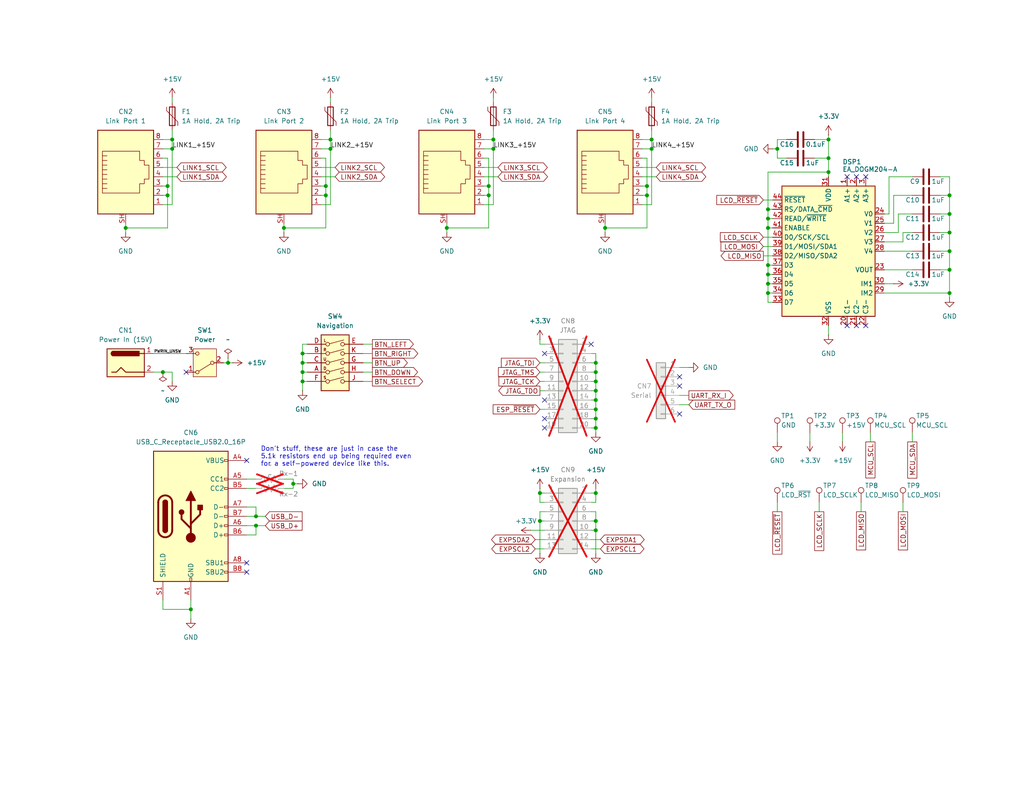
<source format=kicad_sch>
(kicad_sch (version 20250114) (generator "eeschema") (generator_version "9.0")
  (paper "USLetter")
  (lib_symbols
    (symbol "Connector:8P8C_Shielded" (pin_names (offset 1.016))
      (property "Reference" "J" (at -5.08 13.97 0))
      (property "Value" "8P8C_Shielded" (at 2.54 13.97 0))
      (symbol "8P8C_Shielded_1_1"
        (pin passive line (at 0 -12.7 90) (length 2.54) (name "~") (number "SH"))
        (pin passive line (at 10.16 10.16 180) (length 2.54) (name "~") (number "8"))
        (pin passive line (at 10.16 7.62 180) (length 2.54) (name "~") (number "7"))
        (pin passive line (at 10.16 5.08 180) (length 2.54) (name "~") (number "6"))
        (pin passive line (at 10.16 2.54 180) (length 2.54) (name "~") (number "5"))
        (pin passive line (at 10.16 0 180) (length 2.54) (name "~") (number "4"))
        (pin passive line (at 10.16 -2.54 180) (length 2.54) (name "~") (number "3"))
        (pin passive line (at 10.16 -5.08 180) (length 2.54) (name "~") (number "2"))
        (pin passive line (at 10.16 -7.62 180) (length 2.54) (name "~") (number "1"))
      )
    )
    (symbol "Connector:Barrel_Jack" (pin_names (offset 1.016))
      (property "Reference" "J" (at 0 5.334 0))
      (property "Value" "Barrel_Jack" (at 0 -5.08 0))
      (symbol "Barrel_Jack_1_1"
        (pin passive line (at 7.62 2.54 180) (length 2.54) (name "~") (number "1"))
        (pin passive line (at 7.62 -2.54 180) (length 2.54) (name "~") (number "2"))
      )
    )
    (symbol "Connector:TestPoint" (pin_numbers (hide yes)) (pin_names (offset 0.762) (hide yes))
      (property "Reference" "TP" (at 0 6.858 0))
      (property "Value" "TestPoint" (at 0 5.08 0))
      (symbol "TestPoint_1_1"
        (pin passive line (at 0 0 90) (length 2.54) (name "1") (number "1"))
      )
    )
    (symbol "Connector:USB_C_Receptacle_USB2.0_16P" (pin_names (offset 1.016))
      (property "Reference" "J" (at 0 22.225 0))
      (property "Value" "USB_C_Receptacle_USB2.0_16P" (at 0 19.685 0))
      (symbol "USB_C_Receptacle_USB2.0_16P_1_1"
        (pin passive line (at -7.62 -22.86 90) (length 5.08) (name "SHIELD") (number "S1"))
        (pin passive line (at 0 -22.86 90) (length 5.08) (name "GND") (number "A1"))
        (pin passive line (at 0 -22.86 90) (length 5.08) (hide yes) (name "GND") (number "A12"))
        (pin passive line (at 0 -22.86 90) (length 5.08) (hide yes) (name "GND") (number "B1"))
        (pin passive line (at 0 -22.86 90) (length 5.08) (hide yes) (name "GND") (number "B12"))
        (pin passive line (at 15.24 15.24 180) (length 5.08) (name "VBUS") (number "A4"))
        (pin passive line (at 15.24 15.24 180) (length 5.08) (hide yes) (name "VBUS") (number "A9"))
        (pin passive line (at 15.24 15.24 180) (length 5.08) (hide yes) (name "VBUS") (number "B4"))
        (pin passive line (at 15.24 15.24 180) (length 5.08) (hide yes) (name "VBUS") (number "B9"))
        (pin bidirectional line (at 15.24 10.16 180) (length 5.08) (name "CC1") (number "A5"))
        (pin bidirectional line (at 15.24 7.62 180) (length 5.08) (name "CC2") (number "B5"))
        (pin bidirectional line (at 15.24 2.54 180) (length 5.08) (name "D-") (number "A7"))
        (pin bidirectional line (at 15.24 0 180) (length 5.08) (name "D-") (number "B7"))
        (pin bidirectional line (at 15.24 -2.54 180) (length 5.08) (name "D+") (number "A6"))
        (pin bidirectional line (at 15.24 -5.08 180) (length 5.08) (name "D+") (number "B6"))
        (pin bidirectional line (at 15.24 -12.7 180) (length 5.08) (name "SBU1") (number "A8"))
        (pin bidirectional line (at 15.24 -15.24 180) (length 5.08) (name "SBU2") (number "B8"))
      )
    )
    (symbol "Connector_Generic:Conn_01x06" (pin_names (offset 1.016) (hide yes))
      (property "Reference" "J" (at 0 7.62 0))
      (property "Value" "Conn_01x06" (at 0 -10.16 0))
      (symbol "Conn_01x06_1_1"
        (pin passive line (at -5.08 5.08 0) (length 3.81) (name "Pin_1") (number "1"))
        (pin passive line (at -5.08 2.54 0) (length 3.81) (name "Pin_2") (number "2"))
        (pin passive line (at -5.08 0 0) (length 3.81) (name "Pin_3") (number "3"))
        (pin passive line (at -5.08 -2.54 0) (length 3.81) (name "Pin_4") (number "4"))
        (pin passive line (at -5.08 -5.08 0) (length 3.81) (name "Pin_5") (number "5"))
        (pin passive line (at -5.08 -7.62 0) (length 3.81) (name "Pin_6") (number "6"))
      )
    )
    (symbol "Connector_Generic:Conn_02x07_Odd_Even" (pin_names (offset 1.016) (hide yes))
      (property "Reference" "J" (at 1.27 10.16 0))
      (property "Value" "Conn_02x07_Odd_Even" (at 1.27 -10.16 0))
      (symbol "Conn_02x07_Odd_Even_1_1"
        (pin passive line (at -5.08 7.62 0) (length 3.81) (name "Pin_1") (number "1"))
        (pin passive line (at -5.08 5.08 0) (length 3.81) (name "Pin_3") (number "3"))
        (pin passive line (at -5.08 2.54 0) (length 3.81) (name "Pin_5") (number "5"))
        (pin passive line (at -5.08 0 0) (length 3.81) (name "Pin_7") (number "7"))
        (pin passive line (at -5.08 -2.54 0) (length 3.81) (name "Pin_9") (number "9"))
        (pin passive line (at -5.08 -5.08 0) (length 3.81) (name "Pin_11") (number "11"))
        (pin passive line (at -5.08 -7.62 0) (length 3.81) (name "Pin_13") (number "13"))
        (pin passive line (at 7.62 7.62 180) (length 3.81) (name "Pin_2") (number "2"))
        (pin passive line (at 7.62 5.08 180) (length 3.81) (name "Pin_4") (number "4"))
        (pin passive line (at 7.62 2.54 180) (length 3.81) (name "Pin_6") (number "6"))
        (pin passive line (at 7.62 0 180) (length 3.81) (name "Pin_8") (number "8"))
        (pin passive line (at 7.62 -2.54 180) (length 3.81) (name "Pin_10") (number "10"))
        (pin passive line (at 7.62 -5.08 180) (length 3.81) (name "Pin_12") (number "12"))
        (pin passive line (at 7.62 -7.62 180) (length 3.81) (name "Pin_14") (number "14"))
      )
    )
    (symbol "Connector_Generic:Conn_02x10_Odd_Even" (pin_names (offset 1.016) (hide yes))
      (property "Reference" "J" (at 1.27 12.7 0))
      (property "Value" "Conn_02x10_Odd_Even" (at 1.27 -15.24 0))
      (symbol "Conn_02x10_Odd_Even_1_1"
        (pin passive line (at -5.08 10.16 0) (length 3.81) (name "Pin_1") (number "1"))
        (pin passive line (at -5.08 7.62 0) (length 3.81) (name "Pin_3") (number "3"))
        (pin passive line (at -5.08 5.08 0) (length 3.81) (name "Pin_5") (number "5"))
        (pin passive line (at -5.08 2.54 0) (length 3.81) (name "Pin_7") (number "7"))
        (pin passive line (at -5.08 0 0) (length 3.81) (name "Pin_9") (number "9"))
        (pin passive line (at -5.08 -2.54 0) (length 3.81) (name "Pin_11") (number "11"))
        (pin passive line (at -5.08 -5.08 0) (length 3.81) (name "Pin_13") (number "13"))
        (pin passive line (at -5.08 -7.62 0) (length 3.81) (name "Pin_15") (number "15"))
        (pin passive line (at -5.08 -10.16 0) (length 3.81) (name "Pin_17") (number "17"))
        (pin passive line (at -5.08 -12.7 0) (length 3.81) (name "Pin_19") (number "19"))
        (pin passive line (at 7.62 10.16 180) (length 3.81) (name "Pin_2") (number "2"))
        (pin passive line (at 7.62 7.62 180) (length 3.81) (name "Pin_4") (number "4"))
        (pin passive line (at 7.62 5.08 180) (length 3.81) (name "Pin_6") (number "6"))
        (pin passive line (at 7.62 2.54 180) (length 3.81) (name "Pin_8") (number "8"))
        (pin passive line (at 7.62 0 180) (length 3.81) (name "Pin_10") (number "10"))
        (pin passive line (at 7.62 -2.54 180) (length 3.81) (name "Pin_12") (number "12"))
        (pin passive line (at 7.62 -5.08 180) (length 3.81) (name "Pin_14") (number "14"))
        (pin passive line (at 7.62 -7.62 180) (length 3.81) (name "Pin_16") (number "16"))
        (pin passive line (at 7.62 -10.16 180) (length 3.81) (name "Pin_18") (number "18"))
        (pin passive line (at 7.62 -12.7 180) (length 3.81) (name "Pin_20") (number "20"))
      )
    )
    (symbol "Device:C" (pin_numbers (hide yes)) (pin_names (offset 0.254))
      (property "Reference" "C" (at 0.635 2.54 0))
      (property "Value" "C" (at 0.635 -2.54 0))
      (symbol "C_1_1"
        (pin passive line (at 0 3.81 270) (length 2.794) (name "~") (number "1"))
        (pin passive line (at 0 -3.81 90) (length 2.794) (name "~") (number "2"))
      )
    )
    (symbol "Device:Polyfuse" (pin_numbers (hide yes)) (pin_names (offset 0))
      (property "Reference" "F" (at -2.54 0 90))
      (property "Value" "Polyfuse" (at 2.54 0 90))
      (symbol "Polyfuse_1_1"
        (pin passive line (at 0 3.81 270) (length 1.27) (name "~") (number "1"))
        (pin passive line (at 0 -3.81 90) (length 1.27) (name "~") (number "2"))
      )
    )
    (symbol "Device:R_US" (pin_numbers (hide yes)) (pin_names (offset 0))
      (property "Reference" "R" (at 2.54 0 90))
      (property "Value" "R_US" (at -2.54 0 90))
      (symbol "R_US_1_1"
        (pin passive line (at 0 3.81 270) (length 1.27) (name "~") (number "1"))
        (pin passive line (at 0 -3.81 90) (length 1.27) (name "~") (number "2"))
      )
    )
    (symbol "Switch:SW_SPDT" (pin_names (offset 0) (hide yes))
      (property "Reference" "SW" (at 0 5.08 0))
      (property "Value" "SW_SPDT" (at 0 -5.08 0))
      (symbol "SW_SPDT_1_1"
        (pin passive line (at -5.08 0 0) (length 2.54) (name "B") (number "2"))
        (pin passive line (at 5.08 2.54 180) (length 2.54) (name "A") (number "1"))
        (pin passive line (at 5.08 -2.54 180) (length 2.54) (name "C") (number "3"))
      )
    )
    (symbol "power:+15V" (power) (pin_numbers (hide yes)) (pin_names (offset 0) (hide yes))
      (property "Value" "+15V" (at 0 3.556 0))
      (symbol "+15V_1_1"
        (pin power_in line (at 0 0 90) (length 0) (name "~") (number "1"))
      )
    )
    (symbol "power:+3.3V" (power) (pin_numbers (hide yes)) (pin_names (offset 0) (hide yes))
      (property "Value" "+3.3V" (at 0 3.556 0))
      (symbol "+3.3V_1_1"
        (pin power_in line (at 0 0 90) (length 0) (name "~") (number "1"))
      )
    )
    (symbol "power:GND" (power) (pin_numbers (hide yes)) (pin_names (offset 0) (hide yes))
      (property "Value" "GND" (at 0 -3.81 0))
      (symbol "GND_1_1"
        (pin power_in line (at 0 0 270) (length 0) (name "~") (number "1"))
      )
    )
    (symbol "power:PWR_FLAG" (power) (pin_numbers (hide yes)) (pin_names (offset 0) (hide yes))
      (property "Value" "PWR_FLAG" (at 0 3.81 0))
      (symbol "PWR_FLAG_0_0"
        (pin power_out line (at 0 0 90) (length 0) (name "~") (number "1"))
      )
    )
    (symbol "sen_Display_Graphic:EA_DOGM204-A"
      (property "Reference" "U" (at -11.43 19.05 0))
      (property "Value" "EA_DOGM204-A" (at 19.05 19.05 0))
      (symbol "EA_DOGM204-A_1_1"
        (pin input line (at -15.24 13.97 0) (length 2.54) (name "~{RESET}") (number "44"))
        (pin input line (at -15.24 11.43 0) (length 2.54) (name "RS/DATA_~{CMD}") (number "43"))
        (pin input line (at -15.24 8.89 0) (length 2.54) (name "READ/~{WRITE}") (number "42"))
        (pin input line (at -15.24 6.35 0) (length 2.54) (name "ENABLE") (number "41"))
        (pin input line (at -15.24 3.81 0) (length 2.54) (name "D0/SCK/SCL") (number "40"))
        (pin input line (at -15.24 1.27 0) (length 2.54) (name "D1/MOSI/SDA1") (number "39"))
        (pin input line (at -15.24 -1.27 0) (length 2.54) (name "D2/MISO/SDA2") (number "38"))
        (pin input line (at -15.24 -3.81 0) (length 2.54) (name "D3") (number "37"))
        (pin input line (at -15.24 -6.35 0) (length 2.54) (name "D4") (number "36"))
        (pin input line (at -15.24 -8.89 0) (length 2.54) (name "D5") (number "35"))
        (pin input line (at -15.24 -11.43 0) (length 2.54) (name "D6") (number "34"))
        (pin input line (at -15.24 -13.97 0) (length 2.54) (name "D7") (number "33"))
        (pin power_in line (at 0 20.32 270) (length 2.54) (name "VDD") (number "31"))
        (pin power_in line (at 0 -20.32 90) (length 2.54) (name "VSS") (number "32"))
        (pin power_in line (at 5.08 20.32 270) (length 2.54) (name "A1+") (number "1"))
        (pin power_in line (at 5.08 -20.32 90) (length 2.54) (name "C1-") (number "20"))
        (pin power_in line (at 7.62 20.32 270) (length 2.54) (name "A2+") (number "2"))
        (pin power_in line (at 7.62 -20.32 90) (length 2.54) (name "C2-") (number "21"))
        (pin power_in line (at 10.16 20.32 270) (length 2.54) (name "A3+") (number "3"))
        (pin power_in line (at 10.16 -20.32 90) (length 2.54) (name "C3-") (number "22"))
        (pin passive line (at 15.24 10.16 180) (length 2.54) (name "V0") (number "24"))
        (pin passive line (at 15.24 7.62 180) (length 2.54) (name "V1") (number "25"))
        (pin passive line (at 15.24 5.08 180) (length 2.54) (name "V2") (number "26"))
        (pin passive line (at 15.24 2.54 180) (length 2.54) (name "V3") (number "27"))
        (pin passive line (at 15.24 0 180) (length 2.54) (name "V4") (number "28"))
        (pin output line (at 15.24 -5.08 180) (length 2.54) (name "VOUT") (number "23"))
        (pin input line (at 15.24 -8.89 180) (length 2.54) (name "IM1") (number "30"))
        (pin input line (at 15.24 -11.43 180) (length 2.54) (name "IM2") (number "29"))
      )
    )
    (symbol "sen_Switch:E_Switch-JS1300" (pin_names (offset 0) (hide yes))
      (property "Reference" "SW" (at 0 8.89 0))
      (property "Value" "E_Switch-JS1300" (at 0 -8.89 0))
      (symbol "E_Switch-JS1300_1_1"
        (text "L" (at -2.794 6.096 0) (effects (font (size 0.762 0.762))))
        (text "R" (at -2.794 3.556 0) (effects (font (size 0.762 0.762))))
        (text "U" (at -2.794 1.016 0) (effects (font (size 0.762 0.762))))
        (text "D" (at -2.794 -1.524 0) (effects (font (size 0.762 0.762))))
        (text "S" (at -2.794 -4.064 0) (effects (font (size 0.762 0.762))))
        (pin passive line (at -7.62 5.08 0) (length 5.08) (name "~") (number "D"))
        (pin passive line (at -7.62 2.54 0) (length 5.08) (name "~") (number "B"))
        (pin passive line (at -7.62 0 0) (length 5.08) (name "~") (number "C"))
        (pin passive line (at -7.62 -2.54 0) (length 5.08) (name "~") (number "A"))
        (pin passive line (at -7.62 -5.08 0) (length 5.08) (name "~") (number "F"))
        (pin passive line (at 7.62 5.08 180) (length 5.08) (name "~") (number "E"))
        (pin passive line (at 7.62 2.54 180) (length 5.08) (name "~") (number "K"))
        (pin passive line (at 7.62 0 180) (length 5.08) (name "~") (number "G"))
        (pin passive line (at 7.62 -2.54 180) (length 5.08) (name "~") (number "H"))
        (pin passive line (at 7.62 -5.08 180) (length 5.08) (name "~") (number "J"))
      )
    )
  )
  (text "Don't stuff, these are just in case the\n5.1k resistors end up being required even\nfor a self-powered device like this." (at 71.12 124.714 0) (effects (font (size 1.27 1.27)) (justify left)))
  (junction (at 45.72 53.34))
  (junction (at 259.08 53.34))
  (junction (at 133.35 50.8))
  (junction (at 162.56 134.62))
  (junction (at 52.07 166.37))
  (junction (at 162.56 111.76))
  (junction (at 162.56 106.68))
  (junction (at 162.56 116.84))
  (junction (at 177.8 38.1))
  (junction (at 90.17 40.64))
  (junction (at 88.9 53.34))
  (junction (at 162.56 109.22))
  (junction (at 209.55 62.23))
  (junction (at 46.99 38.1))
  (junction (at 88.9 50.8))
  (junction (at 162.56 144.78))
  (junction (at 209.55 74.93))
  (junction (at 162.56 104.14))
  (junction (at 133.35 53.34))
  (junction (at 226.06 38.1))
  (junction (at 209.55 57.15))
  (junction (at 259.08 63.5))
  (junction (at 69.85 143.51))
  (junction (at 62.23 99.06))
  (junction (at 177.8 40.64))
  (junction (at 77.47 62.23))
  (junction (at 69.85 140.97))
  (junction (at 45.72 50.8))
  (junction (at 259.08 73.66))
  (junction (at 259.08 68.58))
  (junction (at 134.62 40.64))
  (junction (at 34.29 62.23))
  (junction (at 162.56 142.24))
  (junction (at 259.08 58.42))
  (junction (at 259.08 80.01))
  (junction (at 46.99 40.64))
  (junction (at 176.53 53.34))
  (junction (at 209.55 72.39))
  (junction (at 209.55 77.47))
  (junction (at 212.09 40.64))
  (junction (at 82.55 99.06))
  (junction (at 134.62 38.1))
  (junction (at 162.56 101.6))
  (junction (at 176.53 50.8))
  (junction (at 121.92 62.23))
  (junction (at 162.56 114.3))
  (junction (at 226.06 46.99))
  (junction (at 82.55 104.14))
  (junction (at 226.06 43.18))
  (junction (at 44.45 101.6))
  (junction (at 147.32 134.62))
  (junction (at 209.55 80.01))
  (junction (at 147.32 142.24))
  (junction (at 209.55 59.69))
  (junction (at 82.55 101.6))
  (junction (at 80.01 132.08))
  (junction (at 82.55 96.52))
  (junction (at 162.56 99.06))
  (junction (at 165.1 62.23))
  (junction (at 90.17 38.1))
  (no_connect (at 233.68 48.26))
  (no_connect (at 236.22 88.9))
  (no_connect (at 67.31 153.67))
  (no_connect (at 185.42 113.03))
  (no_connect (at 148.59 114.3))
  (no_connect (at 185.42 102.87))
  (no_connect (at 50.8 101.6))
  (no_connect (at 233.68 88.9))
  (no_connect (at 231.14 88.9))
  (no_connect (at 161.29 93.98))
  (no_connect (at 236.22 48.26))
  (no_connect (at 148.59 116.84))
  (no_connect (at 67.31 156.21))
  (no_connect (at 148.59 96.52))
  (no_connect (at 67.31 125.73))
  (no_connect (at 185.42 105.41))
  (no_connect (at 231.14 48.26))
  (no_connect (at 148.59 109.22))
  (wire (pts (xy 246.38 63.5) (xy 246.38 66.04)))
  (wire (pts (xy 234.95 137.16) (xy 234.95 139.7)))
  (wire (pts (xy 162.56 142.24) (xy 162.56 144.78)))
  (wire (pts (xy 69.85 140.97) (xy 72.39 140.97)))
  (wire (pts (xy 222.25 38.1) (xy 226.06 38.1)))
  (wire (pts (xy 87.63 43.18) (xy 88.9 43.18)))
  (wire (pts (xy 44.45 43.18) (xy 45.72 43.18)))
  (wire (pts (xy 209.55 62.23) (xy 209.55 72.39)))
  (wire (pts (xy 87.63 55.88) (xy 90.17 55.88)))
  (wire (pts (xy 161.29 109.22) (xy 162.56 109.22)))
  (wire (pts (xy 241.3 77.47) (xy 243.84 77.47)))
  (wire (pts (xy 209.55 59.69) (xy 209.55 62.23)))
  (wire (pts (xy 177.8 55.88) (xy 177.8 40.64)))
  (wire (pts (xy 82.55 104.14) (xy 83.82 104.14)))
  (wire (pts (xy 162.56 116.84) (xy 162.56 118.11)))
  (wire (pts (xy 162.56 134.62) (xy 162.56 137.16)))
  (wire (pts (xy 133.35 62.23) (xy 133.35 53.34)))
  (wire (pts (xy 259.08 58.42) (xy 259.08 63.5)))
  (wire (pts (xy 241.3 68.58) (xy 248.92 68.58)))
  (wire (pts (xy 82.55 96.52) (xy 82.55 99.06)))
  (wire (pts (xy 241.3 73.66) (xy 248.92 73.66)))
  (wire (pts (xy 45.72 62.23) (xy 45.72 53.34)))
  (wire (pts (xy 134.62 26.67) (xy 134.62 27.94)))
  (wire (pts (xy 162.56 101.6) (xy 162.56 104.14)))
  (wire (pts (xy 99.06 96.52) (xy 101.6 96.52)))
  (wire (pts (xy 162.56 114.3) (xy 162.56 116.84)))
  (wire (pts (xy 209.55 72.39) (xy 209.55 74.93)))
  (wire (pts (xy 148.59 134.62) (xy 147.32 134.62)))
  (wire (pts (xy 132.08 55.88) (xy 134.62 55.88)))
  (wire (pts (xy 87.63 38.1) (xy 90.17 38.1)))
  (wire (pts (xy 133.35 53.34) (xy 132.08 53.34)))
  (wire (pts (xy 34.29 60.96) (xy 34.29 62.23)))
  (wire (pts (xy 44.45 48.26) (xy 48.26 48.26)))
  (wire (pts (xy 45.72 50.8) (xy 45.72 53.34)))
  (wire (pts (xy 175.26 55.88) (xy 177.8 55.88)))
  (wire (pts (xy 161.29 134.62) (xy 162.56 134.62)))
  (wire (pts (xy 41.91 96.52) (xy 50.8 96.52)))
  (wire (pts (xy 256.54 73.66) (xy 259.08 73.66)))
  (wire (pts (xy 185.42 100.33) (xy 187.96 100.33)))
  (wire (pts (xy 176.53 53.34) (xy 175.26 53.34)))
  (wire (pts (xy 60.96 99.06) (xy 62.23 99.06)))
  (wire (pts (xy 175.26 43.18) (xy 176.53 43.18)))
  (wire (pts (xy 243.84 53.34) (xy 248.92 53.34)))
  (wire (pts (xy 212.09 137.16) (xy 212.09 139.7)))
  (wire (pts (xy 90.17 40.64) (xy 90.17 38.1)))
  (wire (pts (xy 212.09 43.18) (xy 214.63 43.18)))
  (wire (pts (xy 146.05 147.32) (xy 148.59 147.32)))
  (wire (pts (xy 162.56 133.35) (xy 162.56 134.62)))
  (wire (pts (xy 87.63 45.72) (xy 91.44 45.72)))
  (wire (pts (xy 99.06 104.14) (xy 101.6 104.14)))
  (wire (pts (xy 256.54 63.5) (xy 259.08 63.5)))
  (wire (pts (xy 212.09 40.64) (xy 212.09 43.18)))
  (wire (pts (xy 52.07 166.37) (xy 52.07 163.83)))
  (wire (pts (xy 161.29 96.52) (xy 162.56 96.52)))
  (wire (pts (xy 88.9 50.8) (xy 88.9 53.34)))
  (wire (pts (xy 82.55 101.6) (xy 83.82 101.6)))
  (wire (pts (xy 161.29 114.3) (xy 162.56 114.3)))
  (wire (pts (xy 147.32 104.14) (xy 148.59 104.14)))
  (wire (pts (xy 256.54 48.26) (xy 259.08 48.26)))
  (wire (pts (xy 147.32 133.35) (xy 147.32 134.62)))
  (wire (pts (xy 161.29 147.32) (xy 163.83 147.32)))
  (wire (pts (xy 46.99 26.67) (xy 46.99 27.94)))
  (wire (pts (xy 80.01 132.08) (xy 81.28 132.08)))
  (wire (pts (xy 175.26 50.8) (xy 176.53 50.8)))
  (wire (pts (xy 161.29 144.78) (xy 162.56 144.78)))
  (wire (pts (xy 161.29 116.84) (xy 162.56 116.84)))
  (wire (pts (xy 77.47 62.23) (xy 88.9 62.23)))
  (wire (pts (xy 248.92 118.11) (xy 248.92 120.65)))
  (wire (pts (xy 99.06 93.98) (xy 101.6 93.98)))
  (wire (pts (xy 242.57 48.26) (xy 242.57 58.42)))
  (wire (pts (xy 248.92 63.5) (xy 246.38 63.5)))
  (wire (pts (xy 226.06 43.18) (xy 226.06 46.99)))
  (wire (pts (xy 82.55 104.14) (xy 82.55 106.68)))
  (wire (pts (xy 162.56 99.06) (xy 162.56 101.6)))
  (wire (pts (xy 82.55 101.6) (xy 82.55 104.14)))
  (wire (pts (xy 44.45 38.1) (xy 46.99 38.1)))
  (wire (pts (xy 44.45 163.83) (xy 44.45 166.37)))
  (wire (pts (xy 220.98 118.11) (xy 220.98 120.65)))
  (wire (pts (xy 87.63 50.8) (xy 88.9 50.8)))
  (wire (pts (xy 161.29 111.76) (xy 162.56 111.76)))
  (wire (pts (xy 162.56 111.76) (xy 162.56 114.3)))
  (wire (pts (xy 259.08 80.01) (xy 259.08 81.28)))
  (wire (pts (xy 77.47 60.96) (xy 77.47 62.23)))
  (wire (pts (xy 241.3 66.04) (xy 246.38 66.04)))
  (wire (pts (xy 77.47 130.81) (xy 80.01 130.81)))
  (wire (pts (xy 132.08 38.1) (xy 134.62 38.1)))
  (wire (pts (xy 44.45 166.37) (xy 52.07 166.37)))
  (wire (pts (xy 242.57 58.42) (xy 241.3 58.42)))
  (wire (pts (xy 147.32 142.24) (xy 147.32 139.7)))
  (wire (pts (xy 165.1 60.96) (xy 165.1 62.23)))
  (wire (pts (xy 132.08 43.18) (xy 133.35 43.18)))
  (wire (pts (xy 209.55 74.93) (xy 210.82 74.93)))
  (wire (pts (xy 147.32 111.76) (xy 148.59 111.76)))
  (wire (pts (xy 69.85 143.51) (xy 67.31 143.51)))
  (wire (pts (xy 212.09 38.1) (xy 212.09 40.64)))
  (wire (pts (xy 161.29 101.6) (xy 162.56 101.6)))
  (wire (pts (xy 44.45 40.64) (xy 46.99 40.64)))
  (wire (pts (xy 87.63 48.26) (xy 91.44 48.26)))
  (wire (pts (xy 161.29 137.16) (xy 162.56 137.16)))
  (wire (pts (xy 67.31 138.43) (xy 69.85 138.43)))
  (wire (pts (xy 121.92 60.96) (xy 121.92 62.23)))
  (wire (pts (xy 147.32 101.6) (xy 148.59 101.6)))
  (wire (pts (xy 67.31 133.35) (xy 69.85 133.35)))
  (wire (pts (xy 245.11 58.42) (xy 248.92 58.42)))
  (wire (pts (xy 175.26 38.1) (xy 177.8 38.1)))
  (wire (pts (xy 46.99 35.56) (xy 46.99 38.1)))
  (wire (pts (xy 62.23 99.06) (xy 63.5 99.06)))
  (wire (pts (xy 185.42 107.95) (xy 187.96 107.95)))
  (wire (pts (xy 175.26 45.72) (xy 179.07 45.72)))
  (wire (pts (xy 147.32 106.68) (xy 148.59 106.68)))
  (wire (pts (xy 69.85 140.97) (xy 67.31 140.97)))
  (wire (pts (xy 147.32 92.71) (xy 147.32 93.98)))
  (wire (pts (xy 243.84 60.96) (xy 243.84 53.34)))
  (wire (pts (xy 210.82 82.55) (xy 209.55 82.55)))
  (wire (pts (xy 226.06 46.99) (xy 209.55 46.99)))
  (wire (pts (xy 165.1 62.23) (xy 165.1 63.5)))
  (wire (pts (xy 99.06 99.06) (xy 101.6 99.06)))
  (wire (pts (xy 256.54 68.58) (xy 259.08 68.58)))
  (wire (pts (xy 134.62 40.64) (xy 134.62 38.1)))
  (wire (pts (xy 82.55 99.06) (xy 82.55 101.6)))
  (wire (pts (xy 67.31 130.81) (xy 69.85 130.81)))
  (wire (pts (xy 121.92 62.23) (xy 121.92 63.5)))
  (wire (pts (xy 147.32 142.24) (xy 147.32 151.13)))
  (wire (pts (xy 161.29 104.14) (xy 162.56 104.14)))
  (wire (pts (xy 44.45 45.72) (xy 48.26 45.72)))
  (wire (pts (xy 259.08 48.26) (xy 259.08 53.34)))
  (wire (pts (xy 165.1 62.23) (xy 176.53 62.23)))
  (wire (pts (xy 147.32 93.98) (xy 148.59 93.98)))
  (wire (pts (xy 82.55 99.06) (xy 83.82 99.06)))
  (wire (pts (xy 256.54 53.34) (xy 259.08 53.34)))
  (wire (pts (xy 82.55 96.52) (xy 83.82 96.52)))
  (wire (pts (xy 83.82 93.98) (xy 82.55 93.98)))
  (wire (pts (xy 209.55 80.01) (xy 209.55 82.55)))
  (wire (pts (xy 80.01 133.35) (xy 80.01 132.08)))
  (wire (pts (xy 80.01 130.81) (xy 80.01 132.08)))
  (wire (pts (xy 209.55 74.93) (xy 209.55 77.47)))
  (wire (pts (xy 90.17 35.56) (xy 90.17 38.1)))
  (wire (pts (xy 69.85 138.43) (xy 69.85 140.97)))
  (wire (pts (xy 229.87 118.11) (xy 229.87 120.65)))
  (wire (pts (xy 177.8 26.67) (xy 177.8 27.94)))
  (wire (pts (xy 208.28 69.85) (xy 210.82 69.85)))
  (wire (pts (xy 241.3 63.5) (xy 245.11 63.5)))
  (wire (pts (xy 226.06 88.9) (xy 226.06 91.44)))
  (wire (pts (xy 237.49 118.11) (xy 237.49 120.65)))
  (wire (pts (xy 212.09 118.11) (xy 212.09 120.65)))
  (wire (pts (xy 259.08 73.66) (xy 259.08 80.01)))
  (wire (pts (xy 162.56 106.68) (xy 162.56 109.22)))
  (wire (pts (xy 147.32 139.7) (xy 148.59 139.7)))
  (wire (pts (xy 248.92 48.26) (xy 242.57 48.26)))
  (wire (pts (xy 62.23 97.79) (xy 62.23 99.06)))
  (wire (pts (xy 90.17 26.67) (xy 90.17 27.94)))
  (wire (pts (xy 144.78 144.78) (xy 148.59 144.78)))
  (wire (pts (xy 208.28 64.77) (xy 210.82 64.77)))
  (wire (pts (xy 241.3 60.96) (xy 243.84 60.96)))
  (wire (pts (xy 44.45 55.88) (xy 46.99 55.88)))
  (wire (pts (xy 226.06 38.1) (xy 226.06 43.18)))
  (wire (pts (xy 161.29 142.24) (xy 162.56 142.24)))
  (wire (pts (xy 134.62 40.64) (xy 134.62 55.88)))
  (wire (pts (xy 226.06 46.99) (xy 226.06 48.26)))
  (wire (pts (xy 132.08 45.72) (xy 135.89 45.72)))
  (wire (pts (xy 208.28 67.31) (xy 210.82 67.31)))
  (wire (pts (xy 223.52 137.16) (xy 223.52 139.7)))
  (wire (pts (xy 46.99 40.64) (xy 46.99 38.1)))
  (wire (pts (xy 148.59 137.16) (xy 147.32 137.16)))
  (wire (pts (xy 176.53 62.23) (xy 176.53 53.34)))
  (wire (pts (xy 45.72 53.34) (xy 44.45 53.34)))
  (wire (pts (xy 161.29 99.06) (xy 162.56 99.06)))
  (wire (pts (xy 146.05 149.86) (xy 148.59 149.86)))
  (wire (pts (xy 209.55 77.47) (xy 209.55 80.01)))
  (wire (pts (xy 44.45 50.8) (xy 45.72 50.8)))
  (wire (pts (xy 209.55 46.99) (xy 209.55 57.15)))
  (wire (pts (xy 132.08 48.26) (xy 135.89 48.26)))
  (wire (pts (xy 88.9 62.23) (xy 88.9 53.34)))
  (wire (pts (xy 132.08 40.64) (xy 134.62 40.64)))
  (wire (pts (xy 177.8 35.56) (xy 177.8 38.1)))
  (wire (pts (xy 88.9 53.34) (xy 87.63 53.34)))
  (wire (pts (xy 175.26 40.64) (xy 177.8 40.64)))
  (wire (pts (xy 209.55 57.15) (xy 210.82 57.15)))
  (wire (pts (xy 208.28 54.61) (xy 210.82 54.61)))
  (wire (pts (xy 132.08 50.8) (xy 133.35 50.8)))
  (wire (pts (xy 222.25 43.18) (xy 226.06 43.18)))
  (wire (pts (xy 34.29 62.23) (xy 45.72 62.23)))
  (wire (pts (xy 209.55 80.01) (xy 210.82 80.01)))
  (wire (pts (xy 67.31 146.05) (xy 69.85 146.05)))
  (wire (pts (xy 210.82 40.64) (xy 212.09 40.64)))
  (wire (pts (xy 44.45 101.6) (xy 46.99 101.6)))
  (wire (pts (xy 241.3 80.01) (xy 259.08 80.01)))
  (wire (pts (xy 177.8 40.64) (xy 177.8 38.1)))
  (wire (pts (xy 226.06 36.83) (xy 226.06 38.1)))
  (wire (pts (xy 245.11 63.5) (xy 245.11 58.42)))
  (wire (pts (xy 176.53 43.18) (xy 176.53 50.8)))
  (wire (pts (xy 82.55 93.98) (xy 82.55 96.52)))
  (wire (pts (xy 246.38 137.16) (xy 246.38 139.7)))
  (wire (pts (xy 161.29 139.7) (xy 162.56 139.7)))
  (wire (pts (xy 209.55 59.69) (xy 210.82 59.69)))
  (wire (pts (xy 34.29 62.23) (xy 34.29 63.5)))
  (wire (pts (xy 77.47 133.35) (xy 80.01 133.35)))
  (wire (pts (xy 175.26 48.26) (xy 179.07 48.26)))
  (wire (pts (xy 214.63 38.1) (xy 212.09 38.1)))
  (wire (pts (xy 161.29 106.68) (xy 162.56 106.68)))
  (wire (pts (xy 90.17 55.88) (xy 90.17 40.64)))
  (wire (pts (xy 259.08 63.5) (xy 259.08 68.58)))
  (wire (pts (xy 162.56 139.7) (xy 162.56 142.24)))
  (wire (pts (xy 69.85 146.05) (xy 69.85 143.51)))
  (wire (pts (xy 88.9 43.18) (xy 88.9 50.8)))
  (wire (pts (xy 161.29 149.86) (xy 163.83 149.86)))
  (wire (pts (xy 46.99 55.88) (xy 46.99 40.64)))
  (wire (pts (xy 77.47 62.23) (xy 77.47 63.5)))
  (wire (pts (xy 259.08 53.34) (xy 259.08 58.42)))
  (wire (pts (xy 209.55 72.39) (xy 210.82 72.39)))
  (wire (pts (xy 209.55 77.47) (xy 210.82 77.47)))
  (wire (pts (xy 134.62 35.56) (xy 134.62 38.1)))
  (wire (pts (xy 259.08 68.58) (xy 259.08 73.66)))
  (wire (pts (xy 185.42 110.49) (xy 187.96 110.49)))
  (wire (pts (xy 52.07 166.37) (xy 52.07 168.91)))
  (wire (pts (xy 162.56 109.22) (xy 162.56 111.76)))
  (wire (pts (xy 147.32 134.62) (xy 147.32 137.16)))
  (wire (pts (xy 121.92 62.23) (xy 133.35 62.23)))
  (wire (pts (xy 256.54 58.42) (xy 259.08 58.42)))
  (wire (pts (xy 41.91 101.6) (xy 44.45 101.6)))
  (wire (pts (xy 133.35 43.18) (xy 133.35 50.8)))
  (wire (pts (xy 133.35 50.8) (xy 133.35 53.34)))
  (wire (pts (xy 45.72 43.18) (xy 45.72 50.8)))
  (wire (pts (xy 147.32 142.24) (xy 148.59 142.24)))
  (wire (pts (xy 162.56 104.14) (xy 162.56 106.68)))
  (wire (pts (xy 162.56 96.52) (xy 162.56 99.06)))
  (wire (pts (xy 87.63 40.64) (xy 90.17 40.64)))
  (wire (pts (xy 69.85 143.51) (xy 72.39 143.51)))
  (wire (pts (xy 209.55 62.23) (xy 210.82 62.23)))
  (wire (pts (xy 99.06 101.6) (xy 101.6 101.6)))
  (wire (pts (xy 46.99 101.6) (xy 46.99 104.14)))
  (wire (pts (xy 147.32 99.06) (xy 148.59 99.06)))
  (wire (pts (xy 162.56 144.78) (xy 162.56 151.13)))
  (wire (pts (xy 176.53 50.8) (xy 176.53 53.34)))
  (wire (pts (xy 209.55 57.15) (xy 209.55 59.69)))
  (label "LINK3_+15V" (at 134.62 40.64 0))
  (label "LINK4_+15V" (at 177.8 40.64 0))
  (label "PWRIN_UNSW" (at 49.53 96.52 180) (effects (font (size 0.762 0.762))))
  (label "LINK2_+15V" (at 90.17 40.64 0))
  (label "LINK1_+15V" (at 46.99 40.64 0))
  (global_label "LCD_SCLK" (shape input) (at 208.28 64.77 180) (property "Intersheetrefs" "${INTERSHEET_REFS}" (effects (hide yes))))
  (global_label "EXPSDA2" (shape bidirectional) (at 146.05 147.32 180) (property "Intersheetrefs" "${INTERSHEET_REFS}" (effects (hide yes))))
  (global_label "LINK4_SCL" (shape bidirectional) (at 179.07 45.72 0) (property "Intersheetrefs" "${INTERSHEET_REFS}" (effects (hide yes))))
  (global_label "ESP_~{RESET}" (shape input) (at 147.32 111.76 180) (property "Intersheetrefs" "${INTERSHEET_REFS}" (effects (hide yes))))
  (global_label "BTN_RIGHT" (shape output) (at 101.6 96.52 0) (property "Intersheetrefs" "${INTERSHEET_REFS}" (effects (hide yes))))
  (global_label "LINK3_SDA" (shape bidirectional) (at 135.89 48.26 0) (property "Intersheetrefs" "${INTERSHEET_REFS}" (effects (hide yes))))
  (global_label "UART_RX_I" (shape output) (at 187.96 107.95 0) (property "Intersheetrefs" "${INTERSHEET_REFS}" (effects (hide yes))))
  (global_label "LINK3_SCL" (shape bidirectional) (at 135.89 45.72 0) (property "Intersheetrefs" "${INTERSHEET_REFS}" (effects (hide yes))))
  (global_label "LCD_~{RESET}" (shape passive) (at 212.09 139.7 270) (property "Intersheetrefs" "${INTERSHEET_REFS}" (effects (hide yes))))
  (global_label "MCU_SDA" (shape passive) (at 248.92 120.65 270) (property "Intersheetrefs" "${INTERSHEET_REFS}" (effects (hide yes))))
  (global_label "LCD_~{RESET}" (shape input) (at 208.28 54.61 180) (property "Intersheetrefs" "${INTERSHEET_REFS}" (effects (hide yes))))
  (global_label "BTN_SELECT" (shape output) (at 101.6 104.14 0) (property "Intersheetrefs" "${INTERSHEET_REFS}" (effects (hide yes))))
  (global_label "JTAG_TMS" (shape input) (at 147.32 101.6 180) (property "Intersheetrefs" "${INTERSHEET_REFS}" (effects (hide yes))))
  (global_label "BTN_LEFT" (shape output) (at 101.6 93.98 0) (property "Intersheetrefs" "${INTERSHEET_REFS}" (effects (hide yes))))
  (global_label "JTAG_TDI" (shape input) (at 147.32 99.06 180) (property "Intersheetrefs" "${INTERSHEET_REFS}" (effects (hide yes))))
  (global_label "BTN_UP" (shape output) (at 101.6 99.06 0) (property "Intersheetrefs" "${INTERSHEET_REFS}" (effects (hide yes))))
  (global_label "JTAG_TDO" (shape output) (at 147.32 106.68 180) (property "Intersheetrefs" "${INTERSHEET_REFS}" (effects (hide yes))))
  (global_label "EXPSDA1" (shape bidirectional) (at 163.83 147.32 0) (property "Intersheetrefs" "${INTERSHEET_REFS}" (effects (hide yes))))
  (global_label "LCD_MOSI" (shape passive) (at 246.38 139.7 270) (property "Intersheetrefs" "${INTERSHEET_REFS}" (effects (hide yes))))
  (global_label "BTN_DOWN" (shape output) (at 101.6 101.6 0) (property "Intersheetrefs" "${INTERSHEET_REFS}" (effects (hide yes))))
  (global_label "LINK1_SDA" (shape bidirectional) (at 48.26 48.26 0) (property "Intersheetrefs" "${INTERSHEET_REFS}" (effects (hide yes))))
  (global_label "USB_D-" (shape input) (at 72.39 140.97 0) (property "Intersheetrefs" "${INTERSHEET_REFS}" (effects (hide yes))))
  (global_label "EXPSCL1" (shape bidirectional) (at 163.83 149.86 0) (property "Intersheetrefs" "${INTERSHEET_REFS}" (effects (hide yes))))
  (global_label "LINK1_SCL" (shape bidirectional) (at 48.26 45.72 0) (property "Intersheetrefs" "${INTERSHEET_REFS}" (effects (hide yes))))
  (global_label "USB_D+" (shape input) (at 72.39 143.51 0) (property "Intersheetrefs" "${INTERSHEET_REFS}" (effects (hide yes))))
  (global_label "LINK4_SDA" (shape bidirectional) (at 179.07 48.26 0) (property "Intersheetrefs" "${INTERSHEET_REFS}" (effects (hide yes))))
  (global_label "LINK2_SDA" (shape bidirectional) (at 91.44 48.26 0) (property "Intersheetrefs" "${INTERSHEET_REFS}" (effects (hide yes))))
  (global_label "LCD_MISO" (shape output) (at 208.28 69.85 180) (property "Intersheetrefs" "${INTERSHEET_REFS}" (effects (hide yes))))
  (global_label "LINK2_SCL" (shape bidirectional) (at 91.44 45.72 0) (property "Intersheetrefs" "${INTERSHEET_REFS}" (effects (hide yes))))
  (global_label "JTAG_TCK" (shape input) (at 147.32 104.14 180) (property "Intersheetrefs" "${INTERSHEET_REFS}" (effects (hide yes))))
  (global_label "UART_TX_O" (shape input) (at 187.96 110.49 0) (property "Intersheetrefs" "${INTERSHEET_REFS}" (effects (hide yes))))
  (global_label "MCU_SCL" (shape passive) (at 237.49 120.65 270) (property "Intersheetrefs" "${INTERSHEET_REFS}" (effects (hide yes))))
  (global_label "LCD_MISO" (shape passive) (at 234.95 139.7 270) (property "Intersheetrefs" "${INTERSHEET_REFS}" (effects (hide yes))))
  (global_label "LCD_MOSI" (shape input) (at 208.28 67.31 180) (property "Intersheetrefs" "${INTERSHEET_REFS}" (effects (hide yes))))
  (global_label "LCD_SCLK" (shape passive) (at 223.52 139.7 270) (property "Intersheetrefs" "${INTERSHEET_REFS}" (effects (hide yes))))
  (global_label "EXPSCL2" (shape bidirectional) (at 146.05 149.86 180) (property "Intersheetrefs" "${INTERSHEET_REFS}" (effects (hide yes))))
  (symbol (lib_id "Connector_Generic:Conn_02x07_Odd_Even") (at 153.67 142.24 0) (unit 1) (dnp yes)
    (property "Reference" "CN9" (at 154.94 128.27 0))
    (property "Value" "Expansion" (at 154.94 130.81 0))
    (property "Footprint" "Connector_PinHeader_2.54mm:PinHeader_2x07_P2.54mm_Vertical" (effects (hide yes)))
    (property "Description" "Generic connector, double row, 02x07, odd/even pin numbering scheme (row 1 odd numbers, row 2 even numbers), script generated (kicad-library-utils/schlib/autogen/connector/)" (effects (hide yes)))
  )
  (symbol (lib_id "Connector:Barrel_Jack") (at 34.29 99.06 0) (unit 1)
    (property "Reference" "CN1" (at 34.29 90.17 0))
    (property "Value" "Power In (15V)" (at 34.29 92.71 0))
    (property "Footprint" "Connector_BarrelJack:BarrelJack_Horizontal" (effects (hide yes)))
    (property "Description" "DC Barrel Jack" (effects (hide yes)))
  )
  (symbol (lib_id "power:+3.3V") (at 144.78 144.78 90) (unit 1)
    (property "Reference" "#PWR043" (effects (hide yes)))
    (property "Value" "+3.3V" (at 143.51 142.24 90))
    (property "Description" "Power symbol creates a global label with name \"+3.3V\"" (effects (hide yes)))
  )
  (symbol (lib_id "Connector:USB_C_Receptacle_USB2.0_16P") (at 52.07 140.97 0) (unit 1)
    (property "Reference" "CN6" (at 52.07 118.11 0))
    (property "Value" "USB_C_Receptacle_USB2.0_16P" (at 52.07 120.65 0))
    (property "Footprint" "Connector_USB:USB_C_Receptacle_G-Switch_GT-USB-7010ASV" (effects (hide yes)))
    (property "Datasheet" "https://www.usb.org/sites/default/files/documents/usb_type-c.zip" (effects (hide yes)))
    (property "Description" "USB 2.0-only 16P Type-C Receptacle connector" (effects (hide yes)))
  )
  (symbol (lib_id "power:GND") (at 77.47 63.5 0) (unit 1)
    (property "Reference" "#PWR014" (effects (hide yes)))
    (property "Value" "GND" (at 77.47 68.58 0))
    (property "Description" "Power symbol creates a global label with name \"GND\" , ground" (effects (hide yes)))
  )
  (symbol (lib_id "Device:C") (at 252.73 63.5 90) (unit 1)
    (property "Reference" "C12" (at 250.952 64.77 90) (effects (justify left)))
    (property "Value" "1uF" (at 257.81 64.77 90) (effects (justify left)))
    (property "Footprint" "Capacitor_SMD:C_0603_1608Metric" (effects (hide yes)))
    (property "Description" "Unpolarized capacitor" (effects (hide yes)))
  )
  (symbol (lib_id "Connector:8P8C_Shielded") (at 121.92 48.26 0) (unit 1)
    (property "Reference" "CN4" (at 121.92 30.48 0))
    (property "Value" "Link Port 3" (at 121.92 33.02 0))
    (property "Footprint" "Connector_RJ:RJ45_Amphenol_RJHSE5380" (effects (hide yes)))
    (property "Description" "RJ connector, 8P8C (8 positions 8 connected), RJ31/RJ32/RJ33/RJ34/RJ35/RJ41/RJ45/RJ49/RJ61, Shielded" (effects (hide yes)))
  )
  (symbol (lib_id "power:+3.3V") (at 147.32 92.71 0) (unit 1)
    (property "Reference" "#PWR033" (effects (hide yes)))
    (property "Value" "+3.3V" (at 147.32 87.63 0))
    (property "Description" "Power symbol creates a global label with name \"+3.3V\"" (effects (hide yes)))
  )
  (symbol (lib_id "Device:C") (at 252.73 68.58 90) (unit 1)
    (property "Reference" "C13" (at 250.952 69.85 90) (effects (justify left)))
    (property "Value" "1uF" (at 257.81 69.85 90) (effects (justify left)))
    (property "Footprint" "Capacitor_SMD:C_0603_1608Metric" (effects (hide yes)))
    (property "Description" "Unpolarized capacitor" (effects (hide yes)))
  )
  (symbol (lib_id "power:+15V") (at 162.56 133.35 0) (unit 1)
    (property "Reference" "#PWR041" (effects (hide yes)))
    (property "Value" "+15V" (at 162.56 128.27 0))
    (property "Description" "Power symbol creates a global label with name \"+15V\"" (effects (hide yes)))
  )
  (symbol (lib_id "power:+15V") (at 46.99 26.67 0) (unit 1)
    (property "Reference" "#PWR013" (effects (hide yes)))
    (property "Value" "+15V" (at 46.99 21.59 0))
    (property "Description" "Power symbol creates a global label with name \"+15V\"" (effects (hide yes)))
  )
  (symbol (lib_id "power:+15V") (at 147.32 133.35 0) (unit 1)
    (property "Reference" "#PWR040" (effects (hide yes)))
    (property "Value" "+15V" (at 147.32 128.27 0))
    (property "Description" "Power symbol creates a global label with name \"+15V\"" (effects (hide yes)))
  )
  (symbol (lib_id "Device:Polyfuse") (at 177.8 31.75 180) (unit 1)
    (property "Reference" "F4" (at 180.34 30.4799 0) (effects (justify right)))
    (property "Value" "1A Hold, 2A Trip" (at 180.34 33.0199 0) (effects (justify right)))
    (property "Footprint" "Fuse:Fuse_2920_7451Metric" (effects (hide yes)))
    (property "Description" "Resettable fuse, polymeric positive temperature coefficient" (effects (hide yes)))
  )
  (symbol (lib_id "power:GND") (at 34.29 63.5 0) (unit 1)
    (property "Reference" "#PWR011" (effects (hide yes)))
    (property "Value" "GND" (at 34.29 68.58 0))
    (property "Description" "Power symbol creates a global label with name \"GND\" , ground" (effects (hide yes)))
  )
  (symbol (lib_id "Device:C") (at 252.73 48.26 90) (unit 1)
    (property "Reference" "C9" (at 250.952 49.53 90) (effects (justify left)))
    (property "Value" "1uF" (at 257.81 49.53 90) (effects (justify left)))
    (property "Footprint" "Capacitor_SMD:C_0603_1608Metric" (effects (hide yes)))
    (property "Description" "Unpolarized capacitor" (effects (hide yes)))
  )
  (symbol (lib_id "power:GND") (at 121.92 63.5 0) (unit 1)
    (property "Reference" "#PWR016" (effects (hide yes)))
    (property "Value" "GND" (at 121.92 68.58 0))
    (property "Description" "Power symbol creates a global label with name \"GND\" , ground" (effects (hide yes)))
  )
  (symbol (lib_id "power:+3.3V") (at 226.06 36.83 0) (unit 1)
    (property "Reference" "#PWR035" (effects (hide yes)))
    (property "Value" "+3.3V" (at 226.06 31.75 0))
    (property "Description" "Power symbol creates a global label with name \"+3.3V\"" (effects (hide yes)))
  )
  (symbol (lib_id "power:+15V") (at 63.5 99.06 270) (unit 1)
    (property "Reference" "#PWR028" (effects (hide yes)))
    (property "Value" "+15V" (at 67.31 99.0599 90) (effects (justify left)))
    (property "Description" "Power symbol creates a global label with name \"+15V\"" (effects (hide yes)))
  )
  (symbol (lib_id "Connector:TestPoint") (at 248.92 118.11 0) (unit 1)
    (property "Reference" "TP5" (at 249.936 113.538 0) (effects (justify left)))
    (property "Value" "MCU_SCL" (at 249.936 116.078 0) (effects (justify left)))
    (property "Footprint" "TestPoint:TestPoint_Pad_1.5x1.5mm" (effects (hide yes)))
    (property "Description" "test point" (effects (hide yes)))
  )
  (symbol (lib_id "Connector:TestPoint") (at 234.95 137.16 0) (unit 1)
    (property "Reference" "TP8" (at 235.966 132.588 0) (effects (justify left)))
    (property "Value" "LCD_MISO" (at 235.966 135.128 0) (effects (justify left)))
    (property "Footprint" "TestPoint:TestPoint_Pad_1.5x1.5mm" (effects (hide yes)))
    (property "Description" "test point" (effects (hide yes)))
  )
  (symbol (lib_id "Connector_Generic:Conn_02x10_Odd_Even") (at 153.67 104.14 0) (unit 1) (dnp yes)
    (property "Reference" "CN8" (at 154.94 87.63 0))
    (property "Value" "JTAG" (at 154.94 90.17 0))
    (property "Footprint" "Connector_PinHeader_2.54mm:PinHeader_2x10_P2.54mm_Vertical" (effects (hide yes)))
    (property "Description" "Generic connector, double row, 02x10, odd/even pin numbering scheme (row 1 odd numbers, row 2 even numbers), script generated (kicad-library-utils/schlib/autogen/connector/)" (effects (hide yes)))
  )
  (symbol (lib_id "Connector:8P8C_Shielded") (at 165.1 48.26 0) (unit 1)
    (property "Reference" "CN5" (at 165.1 30.48 0))
    (property "Value" "Link Port 4" (at 165.1 33.02 0))
    (property "Footprint" "Connector_RJ:RJ45_Amphenol_RJHSE5380" (effects (hide yes)))
    (property "Description" "RJ connector, 8P8C (8 positions 8 connected), RJ31/RJ32/RJ33/RJ34/RJ35/RJ41/RJ45/RJ49/RJ61, Shielded" (effects (hide yes)))
  )
  (symbol (lib_id "Connector:TestPoint") (at 220.98 118.11 0) (unit 1)
    (property "Reference" "TP2" (at 221.996 113.538 0) (effects (justify left)))
    (property "Value" "+3.3V" (at 221.996 116.078 0) (effects (justify left)))
    (property "Footprint" "TestPoint:TestPoint_Pad_2.0x2.0mm" (effects (hide yes)))
    (property "Description" "test point" (effects (hide yes)))
  )
  (symbol (lib_id "Switch:SW_SPDT") (at 55.88 99.06 180) (unit 1)
    (property "Reference" "SW1" (at 55.88 90.17 0))
    (property "Value" "Power" (at 55.88 92.71 0))
    (property "Footprint" "Sen_Switch:E_Switch-ANR11-H" (effects (hide yes)))
    (property "Description" "Switch, single pole double throw" (effects (hide yes)))
  )
  (symbol (lib_id "power:GND") (at 162.56 118.11 0) (unit 1)
    (property "Reference" "#PWR034" (effects (hide yes)))
    (property "Value" "GND" (at 162.56 123.19 0))
    (property "Description" "Power symbol creates a global label with name \"GND\" , ground" (effects (hide yes)))
  )
  (symbol (lib_id "power:GND") (at 162.56 151.13 0) (unit 1)
    (property "Reference" "#PWR044" (effects (hide yes)))
    (property "Value" "GND" (at 162.56 156.21 0))
    (property "Description" "Power symbol creates a global label with name \"GND\" , ground" (effects (hide yes)))
  )
  (symbol (lib_id "Device:R_US") (at 73.66 130.81 90) (unit 1) (dnp yes)
    (property "Reference" "Rx-1" (at 78.74 129.286 90))
    (property "Value" "~" (at 73.66 127 90))
    (property "Footprint" "Resistor_SMD:R_0603_1608Metric" (effects (hide yes)))
    (property "Description" "Resistor, US symbol" (effects (hide yes)))
  )
  (symbol (lib_id "sen_Switch:E_Switch-JS1300") (at 91.44 99.06 0) (unit 1)
    (property "Reference" "SW4" (at 91.44 86.36 0))
    (property "Value" "Navigation" (at 91.44 88.9 0))
    (property "Footprint" "Sen_Switch:E_Switch-JS1300" (effects (hide yes)))
    (property "Description" "5-way Navigation Switch" (effects (hide yes)))
  )
  (symbol (lib_id "power:+3.3V") (at 243.84 77.47 270) (unit 1)
    (property "Reference" "#PWR036" (effects (hide yes)))
    (property "Value" "+3.3V" (at 247.65 77.4699 90) (effects (justify left)))
    (property "Description" "Power symbol creates a global label with name \"+3.3V\"" (effects (hide yes)))
  )
  (symbol (lib_id "power:GND") (at 52.07 168.91 0) (unit 1)
    (property "Reference" "#PWR029" (effects (hide yes)))
    (property "Value" "GND" (at 52.07 173.99 0))
    (property "Description" "Power symbol creates a global label with name \"GND\" , ground" (effects (hide yes)))
  )
  (symbol (lib_id "Connector:TestPoint") (at 229.87 118.11 0) (unit 1)
    (property "Reference" "TP3" (at 230.886 113.538 0) (effects (justify left)))
    (property "Value" "+15V" (at 230.886 116.078 0) (effects (justify left)))
    (property "Footprint" "TestPoint:TestPoint_Pad_2.0x2.0mm" (effects (hide yes)))
    (property "Description" "test point" (effects (hide yes)))
  )
  (symbol (lib_id "power:PWR_FLAG") (at 44.45 101.6 180) (unit 1)
    (property "Reference" "#FLG01" (effects (hide yes)))
    (property "Value" "~" (at 44.45 106.68 0))
    (property "Description" "Special symbol for telling ERC where power comes from" (effects (hide yes)))
  )
  (symbol (lib_id "Connector_Generic:Conn_01x06") (at 180.34 105.41 0) (mirror y) (unit 1) (dnp yes)
    (property "Reference" "CN7" (at 177.8 105.4099 0) (effects (justify left)))
    (property "Value" "Serial" (at 177.8 107.9499 0) (effects (justify left)))
    (property "Footprint" "Connector_PinHeader_2.54mm:PinHeader_1x06_P2.54mm_Vertical" (effects (hide yes)))
    (property "Description" "Generic connector, single row, 01x06, script generated (kicad-library-utils/schlib/autogen/connector/)" (effects (hide yes)))
  )
  (symbol (lib_id "power:+15V") (at 90.17 26.67 0) (unit 1)
    (property "Reference" "#PWR015" (effects (hide yes)))
    (property "Value" "+15V" (at 90.17 21.59 0))
    (property "Description" "Power symbol creates a global label with name \"+15V\"" (effects (hide yes)))
  )
  (symbol (lib_id "power:GND") (at 165.1 63.5 0) (unit 1)
    (property "Reference" "#PWR018" (effects (hide yes)))
    (property "Value" "GND" (at 165.1 68.58 0))
    (property "Description" "Power symbol creates a global label with name \"GND\" , ground" (effects (hide yes)))
  )
  (symbol (lib_id "power:GND") (at 187.96 100.33 90) (unit 1)
    (property "Reference" "#PWR031" (effects (hide yes)))
    (property "Value" "GND" (at 191.77 100.3299 90) (effects (justify right)))
    (property "Description" "Power symbol creates a global label with name \"GND\" , ground" (effects (hide yes)))
  )
  (symbol (lib_id "power:GND") (at 259.08 81.28 0) (unit 1)
    (property "Reference" "#PWR038" (effects (hide yes)))
    (property "Value" "GND" (at 259.08 86.36 0))
    (property "Description" "Power symbol creates a global label with name \"GND\" , ground" (effects (hide yes)))
  )
  (symbol (lib_id "power:+15V") (at 177.8 26.67 0) (unit 1)
    (property "Reference" "#PWR019" (effects (hide yes)))
    (property "Value" "+15V" (at 177.8 21.59 0))
    (property "Description" "Power symbol creates a global label with name \"+15V\"" (effects (hide yes)))
  )
  (symbol (lib_id "power:GND") (at 212.09 120.65 0) (unit 1)
    (property "Reference" "#PWR045" (effects (hide yes)))
    (property "Value" "GND" (at 212.09 125.73 0))
    (property "Description" "Power symbol creates a global label with name \"GND\" , ground" (effects (hide yes)))
  )
  (symbol (lib_id "power:GND") (at 81.28 132.08 90) (unit 1)
    (property "Reference" "#PWR030" (effects (hide yes)))
    (property "Value" "GND" (at 85.09 132.0799 90) (effects (justify right)))
    (property "Description" "Power symbol creates a global label with name \"GND\" , ground" (effects (hide yes)))
  )
  (symbol (lib_id "Device:Polyfuse") (at 46.99 31.75 180) (unit 1)
    (property "Reference" "F1" (at 49.53 30.4799 0) (effects (justify right)))
    (property "Value" "1A Hold, 2A Trip" (at 49.53 33.0199 0) (effects (justify right)))
    (property "Footprint" "Fuse:Fuse_2920_7451Metric" (effects (hide yes)))
    (property "Description" "Resettable fuse, polymeric positive temperature coefficient" (effects (hide yes)))
  )
  (symbol (lib_id "Connector:TestPoint") (at 246.38 137.16 0) (unit 1)
    (property "Reference" "TP9" (at 247.396 132.588 0) (effects (justify left)))
    (property "Value" "LCD_MOSI" (at 247.396 135.128 0) (effects (justify left)))
    (property "Footprint" "TestPoint:TestPoint_Pad_1.5x1.5mm" (effects (hide yes)))
    (property "Description" "test point" (effects (hide yes)))
  )
  (symbol (lib_id "Device:Polyfuse") (at 90.17 31.75 180) (unit 1)
    (property "Reference" "F2" (at 92.71 30.4799 0) (effects (justify right)))
    (property "Value" "1A Hold, 2A Trip" (at 92.71 33.0199 0) (effects (justify right)))
    (property "Footprint" "Fuse:Fuse_2920_7451Metric" (effects (hide yes)))
    (property "Description" "Resettable fuse, polymeric positive temperature coefficient" (effects (hide yes)))
  )
  (symbol (lib_id "Device:C") (at 252.73 53.34 90) (unit 1)
    (property "Reference" "C10" (at 250.952 54.61 90) (effects (justify left)))
    (property "Value" "1uF" (at 257.81 54.61 90) (effects (justify left)))
    (property "Footprint" "Capacitor_SMD:C_0603_1608Metric" (effects (hide yes)))
    (property "Description" "Unpolarized capacitor" (effects (hide yes)))
  )
  (symbol (lib_id "Connector:TestPoint") (at 237.49 118.11 0) (unit 1)
    (property "Reference" "TP4" (at 238.506 113.538 0) (effects (justify left)))
    (property "Value" "MCU_SCL" (at 238.506 116.078 0) (effects (justify left)))
    (property "Footprint" "TestPoint:TestPoint_Pad_1.5x1.5mm" (effects (hide yes)))
    (property "Description" "test point" (effects (hide yes)))
  )
  (symbol (lib_id "Device:R_US") (at 73.66 133.35 90) (unit 1) (dnp yes)
    (property "Reference" "Rx-2" (at 78.74 134.874 90))
    (property "Value" "~" (at 73.66 129.54 90))
    (property "Footprint" "Resistor_SMD:R_0603_1608Metric" (effects (hide yes)))
    (property "Description" "Resistor, US symbol" (effects (hide yes)))
  )
  (symbol (lib_id "power:+15V") (at 134.62 26.67 0) (unit 1)
    (property "Reference" "#PWR017" (effects (hide yes)))
    (property "Value" "+15V" (at 134.62 21.59 0))
    (property "Description" "Power symbol creates a global label with name \"+15V\"" (effects (hide yes)))
  )
  (symbol (lib_id "Connector:TestPoint") (at 223.52 137.16 0) (unit 1)
    (property "Reference" "TP7" (at 224.536 132.588 0) (effects (justify left)))
    (property "Value" "LCD_SCLK" (at 224.536 135.128 0) (effects (justify left)))
    (property "Footprint" "TestPoint:TestPoint_Pad_1.5x1.5mm" (effects (hide yes)))
    (property "Description" "test point" (effects (hide yes)))
  )
  (symbol (lib_id "sen_Display_Graphic:EA_DOGM204-A") (at 226.06 68.58 0) (unit 1)
    (property "Reference" "DSP1" (at 229.87 44.196 0) (effects (justify left)))
    (property "Value" "EA_DOGM204-A" (at 229.87 46.228 0) (effects (justify left)))
    (property "Footprint" "Sen_Display:EA-DOGM204-A" (effects (hide yes)))
    (property "Datasheet" "https://www.lcd-module.com/fileadmin/eng/pdf/doma/dogm204e.pdf" (effects (hide yes)))
    (property "Description" "EA DOGM204-A Character Display 16x4 optional backlight SPI/I2C 3.0-3.3V" (effects (hide yes)))
  )
  (symbol (lib_id "power:GND") (at 82.55 106.68 0) (unit 1)
    (property "Reference" "#PWR032" (effects (hide yes)))
    (property "Value" "GND" (at 82.55 111.76 0))
    (property "Description" "Power symbol creates a global label with name \"GND\" , ground" (effects (hide yes)))
  )
  (symbol (lib_id "Device:C") (at 252.73 73.66 90) (unit 1)
    (property "Reference" "C14" (at 250.952 74.93 90) (effects (justify left)))
    (property "Value" "1uF" (at 257.81 74.93 90) (effects (justify left)))
    (property "Footprint" "Capacitor_SMD:C_0603_1608Metric" (effects (hide yes)))
    (property "Description" "Unpolarized capacitor" (effects (hide yes)))
  )
  (symbol (lib_id "power:GND") (at 46.99 104.14 0) (unit 1)
    (property "Reference" "#PWR027" (effects (hide yes)))
    (property "Value" "GND" (at 46.99 109.22 0))
    (property "Description" "Power symbol creates a global label with name \"GND\" , ground" (effects (hide yes)))
  )
  (symbol (lib_id "power:GND") (at 226.06 91.44 0) (unit 1)
    (property "Reference" "#PWR037" (effects (hide yes)))
    (property "Value" "GND" (at 226.06 96.52 0))
    (property "Description" "Power symbol creates a global label with name \"GND\" , ground" (effects (hide yes)))
  )
  (symbol (lib_id "Device:Polyfuse") (at 134.62 31.75 180) (unit 1)
    (property "Reference" "F3" (at 137.16 30.4799 0) (effects (justify right)))
    (property "Value" "1A Hold, 2A Trip" (at 137.16 33.0199 0) (effects (justify right)))
    (property "Footprint" "Fuse:Fuse_2920_7451Metric" (effects (hide yes)))
    (property "Description" "Resettable fuse, polymeric positive temperature coefficient" (effects (hide yes)))
  )
  (symbol (lib_id "Device:C") (at 218.44 38.1 90) (unit 1)
    (property "Reference" "C16" (at 216.662 39.37 90) (effects (justify left)))
    (property "Value" "0.1uF" (at 225.298 39.37 90) (effects (justify left)))
    (property "Footprint" "Capacitor_SMD:C_0603_1608Metric" (effects (hide yes)))
    (property "Description" "Unpolarized capacitor" (effects (hide yes)))
  )
  (symbol (lib_id "Device:C") (at 218.44 43.18 90) (unit 1)
    (property "Reference" "C15" (at 216.662 44.45 90) (effects (justify left)))
    (property "Value" "1uF" (at 223.52 44.45 90) (effects (justify left)))
    (property "Footprint" "Capacitor_SMD:C_0603_1608Metric" (effects (hide yes)))
    (property "Description" "Unpolarized capacitor" (effects (hide yes)))
  )
  (symbol (lib_id "power:+3.3V") (at 220.98 120.65 180) (unit 1)
    (property "Reference" "#PWR046" (effects (hide yes)))
    (property "Value" "+3.3V" (at 220.98 125.73 0))
    (property "Description" "Power symbol creates a global label with name \"+3.3V\"" (effects (hide yes)))
  )
  (symbol (lib_id "Connector:TestPoint") (at 212.09 118.11 0) (unit 1)
    (property "Reference" "TP1" (at 213.106 113.538 0) (effects (justify left)))
    (property "Value" "GND" (at 213.106 116.078 0) (effects (justify left)))
    (property "Footprint" "TestPoint:TestPoint_THTPad_1.5x1.5mm_Drill0.7mm" (effects (hide yes)))
    (property "Description" "test point" (effects (hide yes)))
  )
  (symbol (lib_id "power:PWR_FLAG") (at 62.23 97.79 0) (unit 1)
    (property "Reference" "#FLG02" (effects (hide yes)))
    (property "Value" "~" (at 62.23 92.71 0))
    (property "Description" "Special symbol for telling ERC where power comes from" (effects (hide yes)))
  )
  (symbol (lib_id "power:GND") (at 147.32 151.13 0) (unit 1)
    (property "Reference" "#PWR042" (effects (hide yes)))
    (property "Value" "GND" (at 147.32 156.21 0))
    (property "Description" "Power symbol creates a global label with name \"GND\" , ground" (effects (hide yes)))
  )
  (symbol (lib_id "power:GND") (at 210.82 40.64 270) (unit 1)
    (property "Reference" "#PWR039" (effects (hide yes)))
    (property "Value" "GND" (at 207.01 40.6399 90) (effects (justify right)))
    (property "Description" "Power symbol creates a global label with name \"GND\" , ground" (effects (hide yes)))
  )
  (symbol (lib_id "Connector:8P8C_Shielded") (at 34.29 48.26 0) (unit 1)
    (property "Reference" "CN2" (at 34.29 30.48 0))
    (property "Value" "Link Port 1" (at 34.29 33.02 0))
    (property "Footprint" "Connector_RJ:RJ45_Amphenol_RJHSE5380" (effects (hide yes)))
    (property "Description" "RJ connector, 8P8C (8 positions 8 connected), RJ31/RJ32/RJ33/RJ34/RJ35/RJ41/RJ45/RJ49/RJ61, Shielded" (effects (hide yes)))
  )
  (symbol (lib_id "Connector:8P8C_Shielded") (at 77.47 48.26 0) (unit 1)
    (property "Reference" "CN3" (at 77.47 30.48 0))
    (property "Value" "Link Port 2" (at 77.47 33.02 0))
    (property "Footprint" "Connector_RJ:RJ45_Amphenol_RJHSE5380" (effects (hide yes)))
    (property "Description" "RJ connector, 8P8C (8 positions 8 connected), RJ31/RJ32/RJ33/RJ34/RJ35/RJ41/RJ45/RJ49/RJ61, Shielded" (effects (hide yes)))
  )
  (symbol (lib_id "power:+15V") (at 229.87 120.65 180) (unit 1)
    (property "Reference" "#PWR047" (effects (hide yes)))
    (property "Value" "+15V" (at 229.87 125.73 0))
    (property "Description" "Power symbol creates a global label with name \"+15V\"" (effects (hide yes)))
  )
  (symbol (lib_id "Device:C") (at 252.73 58.42 90) (unit 1)
    (property "Reference" "C11" (at 250.952 59.69 90) (effects (justify left)))
    (property "Value" "1uF" (at 257.81 59.69 90) (effects (justify left)))
    (property "Footprint" "Capacitor_SMD:C_0603_1608Metric" (effects (hide yes)))
    (property "Description" "Unpolarized capacitor" (effects (hide yes)))
  )
  (symbol (lib_id "Connector:TestPoint") (at 212.09 137.16 0) (unit 1)
    (property "Reference" "TP6" (at 213.106 132.588 0) (effects (justify left)))
    (property "Value" "LCD_~{RST}" (at 213.106 135.128 0) (effects (justify left)))
    (property "Footprint" "TestPoint:TestPoint_Pad_1.5x1.5mm" (effects (hide yes)))
    (property "Description" "test point" (effects (hide yes)))
  )
)
</source>
